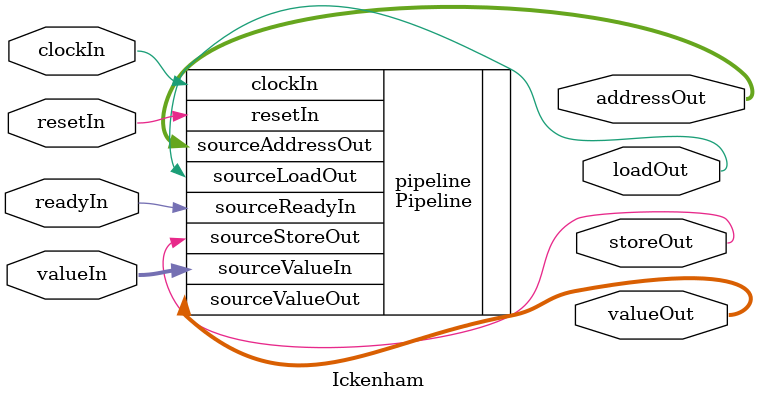
<source format=v>
module Ickenham(
	clockIn,
	resetIn,
	
	addressOut,
	valueOut,
	loadOut,
	storeOut,
	
	valueIn,
	readyIn
);

	input clockIn;
	input resetIn;
	
	output [31:0] addressOut;
	output [31:0] valueOut;
	output 		  loadOut;
	output 		  storeOut;
	
	input [31:0] valueIn;
	input        readyIn;
	
	Pipeline pipeline(
		.clockIn(clockIn),
		.resetIn(resetIn),
		
		.sourceAddressOut(addressOut),
		.sourceValueOut(valueOut),
		.sourceLoadOut(loadOut),
		.sourceStoreOut(storeOut),
		.sourceValueIn(valueIn),
		.sourceReadyIn(readyIn)
	);

endmodule
</source>
